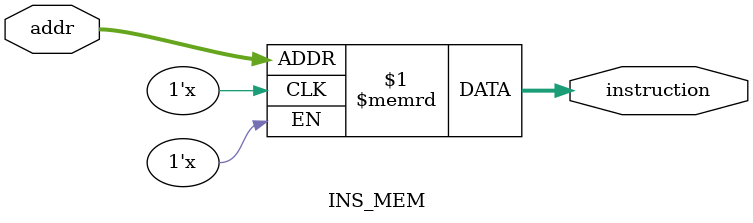
<source format=v>
`timescale 1ns / 1ps

module INS_MEM(addr, instruction);
    input [31:0] addr;
    output [31:0] instruction;
    
    reg [31:0] mem [1023:0];
    
    assign instruction = mem[addr];
endmodule
</source>
